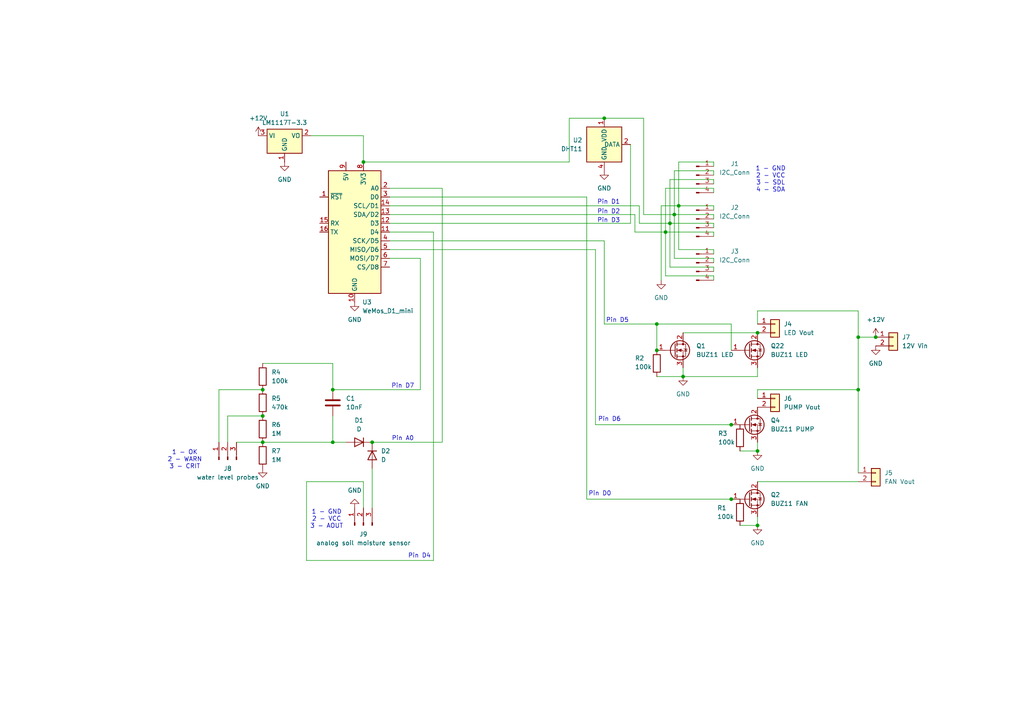
<source format=kicad_sch>
(kicad_sch (version 20231120) (generator "eeschema") (generator_version "8.0")
  (paper "A4")
  (lib_symbols
    (symbol "Connector:Conn_01x03_Pin" (pin_names (offset 1.016) hide)
      (property "Reference" "J" (at 0 5.08 0))
      (property "Value" "Conn_01x03_Pin" (at 0 -5.08 0))
      (symbol "Conn_01x03_Pin_1_1"
        (polyline (pts (xy 1.27 -2.54) (xy 0.8636 -2.54)) (stroke (width 0.1524)))
        (polyline (pts (xy 1.27 0) (xy 0.8636 0)) (stroke (width 0.1524)))
        (polyline (pts (xy 1.27 2.54) (xy 0.8636 2.54)) (stroke (width 0.1524)))
        (rectangle (start 0.8636 -2.413) (end 0 -2.667) (stroke (width 0.1524)) (fill (type outline)))
        (rectangle (start 0.8636 0.127) (end 0 -0.127) (stroke (width 0.1524)) (fill (type outline)))
        (rectangle (start 0.8636 2.667) (end 0 2.413) (stroke (width 0.1524)) (fill (type outline)))
        (pin passive line (at 5.08 2.54 180) (length 3.81) (name "Pin_1") (number "1"))
        (pin passive line (at 5.08 0 180) (length 3.81) (name "Pin_2") (number "2"))
        (pin passive line (at 5.08 -2.54 180) (length 3.81) (name "Pin_3") (number "3"))
      )
    )
    (symbol "Connector_Generic:Conn_01x02" (pin_names (offset 1.016) hide)
      (property "Reference" "J" (at 0 2.54 0))
      (property "Value" "Conn_01x02" (at 0 -5.08 0))
      (symbol "Conn_01x02_1_1"
        (rectangle (start -1.27 -2.413) (end 0 -2.667) (stroke (width 0.1524)))
        (rectangle (start -1.27 0.127) (end 0 -0.127) (stroke (width 0.1524)))
        (rectangle (start -1.27 1.27) (end 1.27 -3.81) (stroke (width 0.254)) (fill (type background)))
        (pin passive line (at -5.08 0 0) (length 3.81) (name "Pin_1") (number "1"))
        (pin passive line (at -5.08 -2.54 0) (length 3.81) (name "Pin_2") (number "2"))
      )
    )
    (symbol "Device:C" (pin_numbers hide) (pin_names (offset 0.254))
      (property "Reference" "C" (at 0.635 2.54 0))
      (property "Value" "C" (at 0.635 -2.54 0))
      (symbol "C_0_1"
        (polyline (pts (xy -2.032 -0.762) (xy 2.032 -0.762)) (stroke (width 0.508)))
        (polyline (pts (xy -2.032 0.762) (xy 2.032 0.762)) (stroke (width 0.508)))
      )
      (symbol "C_1_1"
        (pin passive line (at 0 3.81 270) (length 2.794) (name "~") (number "1"))
        (pin passive line (at 0 -3.81 90) (length 2.794) (name "~") (number "2"))
      )
    )
    (symbol "Device:D" (pin_numbers hide) (pin_names (offset 1.016) hide)
      (property "Reference" "D" (at 0 2.54 0))
      (property "Value" "D" (at 0 -2.54 0))
      (symbol "D_0_1"
        (polyline (pts (xy -1.27 1.27) (xy -1.27 -1.27)) (stroke (width 0.254)))
        (polyline (pts (xy 1.27 0) (xy -1.27 0)))
        (polyline (pts (xy 1.27 1.27) (xy 1.27 -1.27) (xy -1.27 0) (xy 1.27 1.27)) (stroke (width 0.254)))
      )
      (symbol "D_1_1"
        (pin passive line (at -3.81 0 0) (length 2.54) (name "K") (number "1"))
        (pin passive line (at 3.81 0 180) (length 2.54) (name "A") (number "2"))
      )
    )
    (symbol "Device:R" (pin_numbers hide) (pin_names (offset 0))
      (property "Reference" "R" (at 2.032 0 90))
      (property "Value" "R" (at 0 0 90))
      (symbol "R_0_1"
        (rectangle (start -1.016 -2.54) (end 1.016 2.54) (stroke (width 0.254)))
      )
      (symbol "R_1_1"
        (pin passive line (at 0 3.81 270) (length 1.27) (name "~") (number "1"))
        (pin passive line (at 0 -3.81 90) (length 1.27) (name "~") (number "2"))
      )
    )
    (symbol "I2C_Connector:I2C_Conn_01x04_Pin" (pin_names (offset 1.016) hide)
      (property "Reference" "J1" (at 11.176 3.302 0))
      (property "Value" "I2C_Conn" (at 11.176 0.762 0))
      (symbol "I2C_Conn_01x04_Pin_1_1"
        (polyline (pts (xy 1.27 -5.08) (xy 0.8636 -5.08)) (stroke (width 0.1524)))
        (polyline (pts (xy 1.27 -2.54) (xy 0.8636 -2.54)) (stroke (width 0.1524)))
        (polyline (pts (xy 1.27 0) (xy 0.8636 0)) (stroke (width 0.1524)))
        (polyline (pts (xy 1.27 2.54) (xy 0.8636 2.54)) (stroke (width 0.1524)))
        (rectangle (start 0.8636 -4.953) (end 0 -5.207) (stroke (width 0.1524)) (fill (type outline)))
        (rectangle (start 0.8636 -2.413) (end 0 -2.667) (stroke (width 0.1524)) (fill (type outline)))
        (rectangle (start 0.8636 0.127) (end 0 -0.127) (stroke (width 0.1524)) (fill (type outline)))
        (rectangle (start 0.8636 2.667) (end 0 2.413) (stroke (width 0.1524)) (fill (type outline)))
        (pin passive line (at 5.08 2.54 180) (length 3.81) (name "GND") (number "1"))
        (pin passive line (at 5.08 0 180) (length 3.81) (name "VCC") (number "2"))
        (pin passive line (at 5.08 -2.54 180) (length 3.81) (name "SDL") (number "3"))
        (pin passive line (at 5.08 -5.08 180) (length 3.81) (name "SDA") (number "4"))
      )
    )
    (symbol "MCU_Module:WeMos_D1_mini"
      (property "Reference" "U" (at 3.81 19.05 0))
      (property "Value" "WeMos_D1_mini" (at 1.27 -19.05 0))
      (symbol "WeMos_D1_mini_1_1"
        (rectangle (start -7.62 17.78) (end 7.62 -17.78) (stroke (width 0.254)) (fill (type background)))
        (pin input line (at -10.16 10.16 0) (length 2.54) (name "~{RST}") (number "1"))
        (pin power_in line (at 0 -20.32 90) (length 2.54) (name "GND") (number "10"))
        (pin bidirectional line (at 10.16 0 180) (length 2.54) (name "D4") (number "11"))
        (pin bidirectional line (at 10.16 2.54 180) (length 2.54) (name "D3") (number "12"))
        (pin bidirectional line (at 10.16 5.08 180) (length 2.54) (name "SDA/D2") (number "13"))
        (pin bidirectional line (at 10.16 7.62 180) (length 2.54) (name "SCL/D1") (number "14"))
        (pin input line (at -10.16 2.54 0) (length 2.54) (name "RX") (number "15"))
        (pin output line (at -10.16 0 0) (length 2.54) (name "TX") (number "16"))
        (pin input line (at 10.16 12.7 180) (length 2.54) (name "A0") (number "2"))
        (pin bidirectional line (at 10.16 10.16 180) (length 2.54) (name "D0") (number "3"))
        (pin bidirectional line (at 10.16 -2.54 180) (length 2.54) (name "SCK/D5") (number "4"))
        (pin bidirectional line (at 10.16 -5.08 180) (length 2.54) (name "MISO/D6") (number "5"))
        (pin bidirectional line (at 10.16 -7.62 180) (length 2.54) (name "MOSI/D7") (number "6"))
        (pin bidirectional line (at 10.16 -10.16 180) (length 2.54) (name "CS/D8") (number "7"))
        (pin power_out line (at 2.54 20.32 270) (length 2.54) (name "3V3") (number "8"))
        (pin power_in line (at -2.54 20.32 270) (length 2.54) (name "5V") (number "9"))
      )
    )
    (symbol "Regulator_Linear:LM1117T-3.3"
      (property "Reference" "U" (at -3.81 3.175 0))
      (property "Value" "LM1117T-3.3" (at 0 3.175 0))
      (symbol "LM1117T-3.3_0_1"
        (rectangle (start -5.08 -5.08) (end 5.08 1.905) (stroke (width 0.254)) (fill (type background)))
      )
      (symbol "LM1117T-3.3_1_1"
        (pin power_in line (at 0 -7.62 90) (length 2.54) (name "GND") (number "1"))
        (pin power_out line (at 7.62 0 180) (length 2.54) (name "VO") (number "2"))
        (pin power_in line (at -7.62 0 0) (length 2.54) (name "VI") (number "3"))
      )
    )
    (symbol "Sensor:DHT11"
      (property "Reference" "U" (at -3.81 6.35 0))
      (property "Value" "DHT11" (at 3.81 6.35 0))
      (symbol "DHT11_0_1"
        (rectangle (start -5.08 5.08) (end 5.08 -5.08) (stroke (width 0.254)) (fill (type background)))
      )
      (symbol "DHT11_1_1"
        (pin power_in line (at 0 7.62 270) (length 2.54) (name "VDD") (number "1"))
        (pin bidirectional line (at 7.62 0 180) (length 2.54) (name "DATA") (number "2"))
        (pin no_connect line (at -5.08 0 0) (length 2.54) hide (name "NC") (number "3"))
        (pin power_in line (at 0 -7.62 90) (length 2.54) (name "GND") (number "4"))
      )
    )
    (symbol "Transistor_FET:BUZ11" (pin_names hide)
      (property "Reference" "Q" (at 6.35 1.905 0))
      (property "Value" "BUZ11" (at 6.35 0 0))
      (symbol "BUZ11_0_1"
        (polyline (pts (xy 0.254 0) (xy -2.54 0)))
        (polyline (pts (xy 0.254 1.905) (xy 0.254 -1.905)) (stroke (width 0.254)))
        (polyline (pts (xy 0.762 -1.27) (xy 0.762 -2.286)) (stroke (width 0.254)))
        (polyline (pts (xy 0.762 0.508) (xy 0.762 -0.508)) (stroke (width 0.254)))
        (polyline (pts (xy 0.762 2.286) (xy 0.762 1.27)) (stroke (width 0.254)))
        (polyline (pts (xy 2.54 2.54) (xy 2.54 1.778)))
        (polyline (pts (xy 2.54 -2.54) (xy 2.54 0) (xy 0.762 0)))
        (polyline (pts (xy 0.762 -1.778) (xy 3.302 -1.778) (xy 3.302 1.778) (xy 0.762 1.778)))
        (polyline (pts (xy 1.016 0) (xy 2.032 0.381) (xy 2.032 -0.381) (xy 1.016 0)) (fill (type outline)))
        (polyline (pts (xy 2.794 0.508) (xy 2.921 0.381) (xy 3.683 0.381) (xy 3.81 0.254)))
        (polyline (pts (xy 3.302 0.381) (xy 2.921 -0.254) (xy 3.683 -0.254) (xy 3.302 0.381)))
        (circle (center 1.651 0) (radius 2.794) (stroke (width 0.254)))
        (circle (center 2.54 -1.778) (radius 0.254) (fill (type outline)))
        (circle (center 2.54 1.778) (radius 0.254) (fill (type outline)))
      )
      (symbol "BUZ11_1_1"
        (pin input line (at -5.08 0 0) (length 2.54) (name "G") (number "1"))
        (pin passive line (at 2.54 5.08 270) (length 2.54) (name "D") (number "2"))
        (pin passive line (at 2.54 -5.08 90) (length 2.54) (name "S") (number "3"))
      )
    )
    (symbol "power:+12V" (power) (pin_numbers hide) (pin_names (offset 0) hide)
      (property "Value" "+12V" (at 0 3.556 0))
      (symbol "+12V_0_1"
        (polyline (pts (xy -0.762 1.27) (xy 0 2.54)))
        (polyline (pts (xy 0 0) (xy 0 2.54)))
        (polyline (pts (xy 0 2.54) (xy 0.762 1.27)))
      )
      (symbol "+12V_1_1"
        (pin power_in line (at 0 0 90) (length 0) (name "~") (number "1"))
      )
    )
    (symbol "power:GND" (power) (pin_numbers hide) (pin_names (offset 0) hide)
      (property "Value" "GND" (at 0 -3.81 0))
      (symbol "GND_0_1"
        (polyline (pts (xy 0 0) (xy 0 -1.27) (xy 1.27 -1.27) (xy 0 -2.54) (xy -1.27 -1.27) (xy 0 -1.27)))
      )
      (symbol "GND_1_1"
        (pin power_in line (at 0 0 270) (length 0) (name "~") (number "1"))
      )
    )
  )
  (junction (at 212.09 123.19))
  (junction (at 193.04 67.31))
  (junction (at 76.2 113.03))
  (junction (at 198.12 109.22))
  (junction (at 195.58 62.23))
  (junction (at 248.92 97.79))
  (junction (at 190.5 101.6))
  (junction (at 219.71 152.4))
  (junction (at 175.26 34.29))
  (junction (at 107.95 128.27))
  (junction (at 76.2 120.65))
  (junction (at 190.5 93.98))
  (junction (at 219.71 130.81))
  (junction (at 194.31 64.77))
  (junction (at 105.41 46.99))
  (junction (at 96.52 113.03))
  (junction (at 96.52 128.27))
  (junction (at 219.71 96.52))
  (junction (at 212.09 144.78))
  (junction (at 76.2 128.27))
  (junction (at 248.92 113.03))
  (junction (at 254 97.79))
  (junction (at 196.85 59.69))
  (wire (pts (xy 105.41 39.37) (xy 105.41 46.99)))
  (wire (pts (xy 193.04 54.61) (xy 207.01 54.61)))
  (wire (pts (xy 219.71 113.03) (xy 219.71 115.57)))
  (wire (pts (xy 96.52 128.27) (xy 76.2 128.27)))
  (wire (pts (xy 90.17 39.37) (xy 105.41 39.37)))
  (wire (pts (xy 219.71 139.7) (xy 248.92 139.7)))
  (wire (pts (xy 175.26 93.98) (xy 190.5 93.98)))
  (wire (pts (xy 219.71 90.17) (xy 219.71 93.98)))
  (wire (pts (xy 105.41 46.99) (xy 165.1 46.99)))
  (wire (pts (xy 172.72 72.39) (xy 172.72 123.19)))
  (wire (pts (xy 219.71 152.4) (xy 219.71 149.86)))
  (wire (pts (xy 193.04 67.31) (xy 207.01 67.31)))
  (wire (pts (xy 207.01 77.47) (xy 207.01 78.74)))
  (wire (pts (xy 128.27 54.61) (xy 113.03 54.61)))
  (wire (pts (xy 196.85 59.69) (xy 207.01 59.69)))
  (wire (pts (xy 212.09 101.6) (xy 212.09 93.98)))
  (wire (pts (xy 193.04 80.01) (xy 207.01 80.01)))
  (wire (pts (xy 96.52 120.65) (xy 96.52 128.27)))
  (wire (pts (xy 165.1 46.99) (xy 165.1 34.29)))
  (wire (pts (xy 194.31 52.07) (xy 194.31 64.77)))
  (wire (pts (xy 196.85 59.69) (xy 196.85 72.39)))
  (wire (pts (xy 195.58 62.23) (xy 195.58 74.93)))
  (wire (pts (xy 186.69 34.29) (xy 175.26 34.29)))
  (wire (pts (xy 219.71 90.17) (xy 248.92 90.17)))
  (wire (pts (xy 248.92 90.17) (xy 248.92 97.79)))
  (wire (pts (xy 66.04 120.65) (xy 76.2 120.65)))
  (wire (pts (xy 88.9 162.56) (xy 88.9 139.7)))
  (wire (pts (xy 194.31 64.77) (xy 207.01 64.77)))
  (wire (pts (xy 96.52 113.03) (xy 96.52 105.41)))
  (wire (pts (xy 198.12 96.52) (xy 219.71 96.52)))
  (wire (pts (xy 207.01 72.39) (xy 207.01 73.66)))
  (wire (pts (xy 207.01 52.07) (xy 207.01 53.34)))
  (wire (pts (xy 96.52 105.41) (xy 76.2 105.41)))
  (wire (pts (xy 190.5 109.22) (xy 198.12 109.22)))
  (wire (pts (xy 172.72 123.19) (xy 212.09 123.19)))
  (wire (pts (xy 63.5 128.27) (xy 63.5 113.03)))
  (wire (pts (xy 113.03 57.15) (xy 170.18 57.15)))
  (wire (pts (xy 214.63 152.4) (xy 219.71 152.4)))
  (wire (pts (xy 170.18 57.15) (xy 170.18 144.78)))
  (wire (pts (xy 113.03 74.93) (xy 121.92 74.93)))
  (wire (pts (xy 248.92 97.79) (xy 248.92 113.03)))
  (wire (pts (xy 184.15 62.23) (xy 184.15 67.31)))
  (wire (pts (xy 68.58 128.27) (xy 76.2 128.27)))
  (wire (pts (xy 175.26 93.98) (xy 175.26 69.85)))
  (wire (pts (xy 96.52 113.03) (xy 121.92 113.03)))
  (wire (pts (xy 63.5 113.03) (xy 76.2 113.03)))
  (wire (pts (xy 170.18 144.78) (xy 212.09 144.78)))
  (wire (pts (xy 207.01 74.93) (xy 207.01 76.2)))
  (wire (pts (xy 100.33 128.27) (xy 96.52 128.27)))
  (wire (pts (xy 195.58 62.23) (xy 186.69 62.23)))
  (wire (pts (xy 195.58 49.53) (xy 207.01 49.53)))
  (wire (pts (xy 190.5 93.98) (xy 212.09 93.98)))
  (wire (pts (xy 125.73 67.31) (xy 125.73 162.56)))
  (wire (pts (xy 196.85 59.69) (xy 191.77 59.69)))
  (wire (pts (xy 107.95 128.27) (xy 128.27 128.27)))
  (wire (pts (xy 66.04 120.65) (xy 66.04 128.27)))
  (wire (pts (xy 248.92 113.03) (xy 248.92 137.16)))
  (wire (pts (xy 214.63 130.81) (xy 219.71 130.81)))
  (wire (pts (xy 193.04 54.61) (xy 193.04 67.31)))
  (wire (pts (xy 194.31 64.77) (xy 194.31 77.47)))
  (wire (pts (xy 219.71 113.03) (xy 248.92 113.03)))
  (wire (pts (xy 207.01 67.31) (xy 207.01 68.58)))
  (wire (pts (xy 191.77 59.69) (xy 191.77 81.28)))
  (wire (pts (xy 207.01 49.53) (xy 207.01 50.8)))
  (wire (pts (xy 219.71 109.22) (xy 219.71 106.68)))
  (wire (pts (xy 207.01 46.99) (xy 207.01 48.26)))
  (wire (pts (xy 121.92 113.03) (xy 121.92 74.93)))
  (wire (pts (xy 194.31 52.07) (xy 207.01 52.07)))
  (wire (pts (xy 107.95 135.89) (xy 107.95 147.32)))
  (wire (pts (xy 88.9 139.7) (xy 105.41 139.7)))
  (wire (pts (xy 214.63 144.78) (xy 212.09 144.78)))
  (wire (pts (xy 195.58 49.53) (xy 195.58 62.23)))
  (wire (pts (xy 196.85 46.99) (xy 207.01 46.99)))
  (wire (pts (xy 113.03 64.77) (xy 182.88 64.77)))
  (wire (pts (xy 196.85 72.39) (xy 207.01 72.39)))
  (wire (pts (xy 186.69 34.29) (xy 186.69 62.23)))
  (wire (pts (xy 198.12 109.22) (xy 219.71 109.22)))
  (wire (pts (xy 105.41 139.7) (xy 105.41 147.32)))
  (wire (pts (xy 128.27 128.27) (xy 128.27 54.61)))
  (wire (pts (xy 207.01 59.69) (xy 207.01 60.96)))
  (wire (pts (xy 196.85 46.99) (xy 196.85 59.69)))
  (wire (pts (xy 113.03 72.39) (xy 172.72 72.39)))
  (wire (pts (xy 194.31 64.77) (xy 185.42 64.77)))
  (wire (pts (xy 195.58 74.93) (xy 207.01 74.93)))
  (wire (pts (xy 219.71 130.81) (xy 219.71 128.27)))
  (wire (pts (xy 190.5 93.98) (xy 190.5 101.6)))
  (wire (pts (xy 207.01 62.23) (xy 207.01 63.5)))
  (wire (pts (xy 195.58 62.23) (xy 207.01 62.23)))
  (wire (pts (xy 214.63 123.19) (xy 212.09 123.19)))
  (wire (pts (xy 207.01 54.61) (xy 207.01 55.88)))
  (wire (pts (xy 175.26 69.85) (xy 113.03 69.85)))
  (wire (pts (xy 198.12 106.68) (xy 198.12 109.22)))
  (wire (pts (xy 193.04 67.31) (xy 193.04 80.01)))
  (wire (pts (xy 125.73 162.56) (xy 88.9 162.56)))
  (wire (pts (xy 182.88 64.77) (xy 182.88 41.91)))
  (wire (pts (xy 185.42 64.77) (xy 185.42 59.69)))
  (wire (pts (xy 207.01 80.01) (xy 207.01 81.28)))
  (wire (pts (xy 194.31 77.47) (xy 207.01 77.47)))
  (wire (pts (xy 165.1 34.29) (xy 175.26 34.29)))
  (wire (pts (xy 113.03 59.69) (xy 185.42 59.69)))
  (wire (pts (xy 248.92 97.79) (xy 254 97.79)))
  (wire (pts (xy 184.15 67.31) (xy 193.04 67.31)))
  (wire (pts (xy 207.01 64.77) (xy 207.01 66.04)))
  (wire (pts (xy 125.73 67.31) (xy 113.03 67.31)))
  (wire (pts (xy 113.03 62.23) (xy 184.15 62.23)))
  (text "Pin D1" (at 176.53 58.674 0) (effects (font (size 1.27 1.27))))
  (text "Pin A0" (at 116.84 127.254 0) (effects (font (size 1.27 1.27))))
  (text "Pin D3" (at 176.53 64.008 0) (effects (font (size 1.27 1.27))))
  (text "1 - GND\n2 - VCC\n3 - SDL\n4 - SDA" (at 223.52 52.07 0) (effects (font (size 1.27 1.27))))
  (text "Pin D7" (at 116.84 112.014 0) (effects (font (size 1.27 1.27))))
  (text "Pin D5" (at 179.07 92.964 0) (effects (font (size 1.27 1.27))))
  (text "1 - GND\n2 - VCC\n3 - AOUT" (at 94.742 150.622 0) (effects (font (size 1.27 1.27))))
  (text "Pin D4" (at 121.666 161.29 0) (effects (font (size 1.27 1.27))))
  (text "1 - OK\n2 - WARN\n3 - CRIT" (at 53.594 133.35 0) (effects (font (size 1.27 1.27))))
  (text "Pin D0" (at 173.99 143.256 0) (effects (font (size 1.27 1.27))))
  (text "Pin D2" (at 176.53 61.468 0) (effects (font (size 1.27 1.27))))
  (text "Pin D6" (at 176.784 121.666 0) (effects (font (size 1.27 1.27))))
  (symbol (lib_id "power:+12V") (at 74.93 39.37 0) (unit 1)
    (property "Reference" "#PWR08" (effects (hide yes)))
    (property "Value" "+12V" (at 74.93 34.29 0))
    (property "Description" "Power symbol creates a global label with name \"+12V\"" (effects (hide yes)))
  )
  (symbol (lib_id "power:+12V") (at 254 97.79 0) (unit 1)
    (property "Reference" "#PWR02" (effects (hide yes)))
    (property "Value" "+12V" (at 254 92.71 0))
    (property "Description" "Power symbol creates a global label with name \"+12V\"" (effects (hide yes)))
  )
  (symbol (lib_id "Device:R") (at 76.2 132.08 180) (unit 1)
    (property "Reference" "R7" (at 78.74 130.8099 0) (effects (justify right)))
    (property "Value" "1M" (at 78.74 133.3499 0) (effects (justify right)))
    (property "Footprint" "Resistor_THT:R_Axial_DIN0207_L6.3mm_D2.5mm_P10.16mm_Horizontal" (effects (hide yes)))
    (property "Description" "Resistor" (effects (hide yes)))
  )
  (symbol (lib_id "power:GND") (at 102.87 147.32 180) (unit 1)
    (property "Reference" "#PWR012" (effects (hide yes)))
    (property "Value" "GND" (at 102.87 142.24 0))
    (property "Description" "Power symbol creates a global label with name \"GND\" , ground" (effects (hide yes)))
  )
  (symbol (lib_id "power:GND") (at 219.71 130.81 0) (unit 1)
    (property "Reference" "#PWR03" (effects (hide yes)))
    (property "Value" "GND" (at 219.71 135.89 0))
    (property "Description" "Power symbol creates a global label with name \"GND\" , ground" (effects (hide yes)))
  )
  (symbol (lib_id "I2C_Connector:I2C_Conn_01x04_Pin") (at 201.93 76.2 0) (unit 1)
    (property "Reference" "J3" (at 213.106 72.898 0))
    (property "Value" "I2C_Conn" (at 213.106 75.438 0))
    (property "Footprint" "Connector_PinHeader_2.54mm:PinHeader_1x04_P2.54mm_Vertical" (effects (hide yes)))
    (property "Description" "Generic connector, single row, 01x04, script generated" (effects (hide yes)))
  )
  (symbol (lib_id "power:GND") (at 191.77 81.28 0) (unit 1)
    (property "Reference" "#PWR010" (effects (hide yes)))
    (property "Value" "GND" (at 191.77 86.36 0))
    (property "Description" "Power symbol creates a global label with name \"GND\" , ground" (effects (hide yes)))
  )
  (symbol (lib_id "Device:R") (at 214.63 148.59 180) (unit 1)
    (property "Reference" "R1" (at 208.026 147.32 0) (effects (justify right)))
    (property "Value" "100k" (at 208.026 149.86 0) (effects (justify right)))
    (property "Footprint" "Resistor_THT:R_Axial_DIN0207_L6.3mm_D2.5mm_P10.16mm_Horizontal" (effects (hide yes)))
  )
  (symbol (lib_id "power:GND") (at 254 100.33 0) (unit 1)
    (property "Reference" "#PWR04" (effects (hide yes)))
    (property "Value" "GND" (at 254 105.41 0))
    (property "Description" "Power symbol creates a global label with name \"GND\" , ground" (effects (hide yes)))
  )
  (symbol (lib_id "Connector_Generic:Conn_01x02") (at 224.79 93.98 0) (unit 1)
    (property "Reference" "J4" (at 227.33 93.9799 0) (effects (justify left)))
    (property "Value" "LED Vout" (at 227.33 96.5199 0) (effects (justify left)))
    (property "Footprint" "Connector_AMASS:AMASS_XT60-F_1x02_P7.20mm_Vertical" (effects (hide yes)))
  )
  (symbol (lib_id "power:GND") (at 198.12 109.22 0) (unit 1)
    (property "Reference" "#PWR07" (effects (hide yes)))
    (property "Value" "GND" (at 198.12 114.3 0))
    (property "Description" "Power symbol creates a global label with name \"GND\" , ground" (effects (hide yes)))
  )
  (symbol (lib_id "Connector_Generic:Conn_01x02") (at 259.08 97.79 0) (unit 1)
    (property "Reference" "J7" (at 261.62 97.7899 0) (effects (justify left)))
    (property "Value" "12V Vin" (at 261.62 100.3299 0) (effects (justify left)))
    (property "Footprint" "Connector_AMASS:AMASS_XT60-F_1x02_P7.20mm_Vertical" (effects (hide yes)))
  )
  (symbol (lib_id "power:GND") (at 82.55 46.99 0) (unit 1)
    (property "Reference" "#PWR05" (effects (hide yes)))
    (property "Value" "GND" (at 82.55 52.07 0))
    (property "Description" "Power symbol creates a global label with name \"GND\" , ground" (effects (hide yes)))
  )
  (symbol (lib_id "Regulator_Linear:LM1117T-3.3") (at 82.55 39.37 0) (unit 1)
    (property "Reference" "U1" (at 82.55 33.02 0))
    (property "Value" "LM1117T-3.3" (at 82.55 35.56 0))
    (property "Footprint" "Package_TO_SOT_THT:TO-220-3_Horizontal_TabDown" (effects (hide yes)))
    (property "Datasheet" "http://www.ti.com/lit/ds/symlink/lm1117.pdf" (effects (hide yes)))
    (property "Description" "800mA Low-Dropout Linear Regulator, 3.3V fixed output, TO-220" (effects (hide yes)))
  )
  (symbol (lib_id "Device:R") (at 76.2 124.46 180) (unit 1)
    (property "Reference" "R6" (at 78.74 123.1899 0) (effects (justify right)))
    (property "Value" "1M" (at 78.74 125.7299 0) (effects (justify right)))
    (property "Footprint" "Resistor_THT:R_Axial_DIN0207_L6.3mm_D2.5mm_P10.16mm_Horizontal" (effects (hide yes)))
    (property "Description" "Resistor" (effects (hide yes)))
  )
  (symbol (lib_id "Transistor_FET:BUZ11") (at 217.17 144.78 0) (unit 1)
    (property "Reference" "Q2" (at 223.52 143.5099 0) (effects (justify left)))
    (property "Value" "BUZ11 FAN" (at 223.52 146.0499 0) (effects (justify left)))
    (property "Footprint" "Package_TO_SOT_THT:TO-220-3_Vertical" (effects (hide yes)))
    (property "Datasheet" "https://media.digikey.com/pdf/Data%20Sheets/Fairchild%20PDFs/BUZ11.pdf" (effects (hide yes)))
  )
  (symbol (lib_id "Device:R") (at 214.63 127 180) (unit 1)
    (property "Reference" "R3" (at 208.28 125.73 0) (effects (justify right)))
    (property "Value" "100k" (at 208.28 128.27 0) (effects (justify right)))
    (property "Footprint" "Resistor_THT:R_Axial_DIN0207_L6.3mm_D2.5mm_P10.16mm_Horizontal" (effects (hide yes)))
  )
  (symbol (lib_id "Device:R") (at 76.2 116.84 180) (unit 1)
    (property "Reference" "R5" (at 78.74 115.5699 0) (effects (justify right)))
    (property "Value" "470k" (at 78.74 118.1099 0) (effects (justify right)))
    (property "Footprint" "Resistor_THT:R_Axial_DIN0207_L6.3mm_D2.5mm_P10.16mm_Horizontal" (effects (hide yes)))
    (property "Description" "Resistor" (effects (hide yes)))
  )
  (symbol (lib_id "Connector:Conn_01x03_Pin") (at 105.41 152.4 90) (unit 1)
    (property "Reference" "J9" (at 105.41 154.94 90))
    (property "Value" "analog soil moisture sensor" (at 105.41 157.48 90))
    (property "Footprint" "Connector_PinHeader_2.54mm:PinHeader_1x03_P2.54mm_Vertical" (effects (hide yes)))
    (property "Description" "Generic connector, single row, 01x03, script generated" (effects (hide yes)))
  )
  (symbol (lib_id "Transistor_FET:BUZ11") (at 217.17 123.19 0) (unit 1)
    (property "Reference" "Q4" (at 223.52 121.9199 0) (effects (justify left)))
    (property "Value" "BUZ11 PUMP" (at 223.52 124.4599 0) (effects (justify left)))
    (property "Footprint" "Package_TO_SOT_THT:TO-220-3_Vertical" (effects (hide yes)))
    (property "Datasheet" "https://media.digikey.com/pdf/Data%20Sheets/Fairchild%20PDFs/BUZ11.pdf" (effects (hide yes)))
  )
  (symbol (lib_id "Device:R") (at 190.5 105.41 180) (unit 1)
    (property "Reference" "R2" (at 184.15 103.886 0) (effects (justify right)))
    (property "Value" "100k" (at 184.15 106.426 0) (effects (justify right)))
    (property "Footprint" "Resistor_THT:R_Axial_DIN0207_L6.3mm_D2.5mm_P10.16mm_Horizontal" (effects (hide yes)))
  )
  (symbol (lib_id "power:GND") (at 102.87 87.63 0) (unit 1)
    (property "Reference" "#PWR011" (effects (hide yes)))
    (property "Value" "GND" (at 102.87 92.71 0))
    (property "Description" "Power symbol creates a global label with name \"GND\" , ground" (effects (hide yes)))
  )
  (symbol (lib_id "Connector_Generic:Conn_01x02") (at 224.79 115.57 0) (unit 1)
    (property "Reference" "J6" (at 227.33 115.5699 0) (effects (justify left)))
    (property "Value" "PUMP Vout" (at 227.33 118.1099 0) (effects (justify left)))
    (property "Footprint" "Connector_AMASS:AMASS_XT60-F_1x02_P7.20mm_Vertical" (effects (hide yes)))
  )
  (symbol (lib_id "Device:D") (at 104.14 128.27 180) (unit 1)
    (property "Reference" "D1" (at 104.14 121.92 0))
    (property "Value" "D" (at 104.14 124.46 0))
    (property "Footprint" "Diode_THT:D_DO-15_P12.70mm_Horizontal" (effects (hide yes)))
    (property "Description" "Diode" (effects (hide yes)))
    (property "Sim.Device" "D" (effects (hide yes)))
    (property "Sim.Pins" "1=K 2=A" (effects (hide yes)))
  )
  (symbol (lib_id "I2C_Connector:I2C_Conn_01x04_Pin") (at 201.93 63.5 0) (unit 1)
    (property "Reference" "J2" (at 213.106 60.198 0))
    (property "Value" "I2C_Conn" (at 213.106 62.738 0))
    (property "Footprint" "Connector_PinHeader_2.54mm:PinHeader_1x04_P2.54mm_Vertical" (effects (hide yes)))
    (property "Description" "Generic connector, single row, 01x04, script generated" (effects (hide yes)))
  )
  (symbol (lib_id "power:GND") (at 219.71 152.4 0) (unit 1)
    (property "Reference" "#PWR06" (effects (hide yes)))
    (property "Value" "GND" (at 219.71 157.48 0))
    (property "Description" "Power symbol creates a global label with name \"GND\" , ground" (effects (hide yes)))
  )
  (symbol (lib_id "power:GND") (at 175.26 49.53 0) (unit 1)
    (property "Reference" "#PWR01" (effects (hide yes)))
    (property "Value" "GND" (at 175.26 54.61 0))
    (property "Description" "Power symbol creates a global label with name \"GND\" , ground" (effects (hide yes)))
  )
  (symbol (lib_id "Device:R") (at 76.2 109.22 180) (unit 1)
    (property "Reference" "R4" (at 78.74 107.9499 0) (effects (justify right)))
    (property "Value" "100k" (at 78.74 110.4899 0) (effects (justify right)))
    (property "Footprint" "Resistor_THT:R_Axial_DIN0207_L6.3mm_D2.5mm_P10.16mm_Horizontal" (effects (hide yes)))
    (property "Description" "Resistor" (effects (hide yes)))
  )
  (symbol (lib_id "Transistor_FET:BUZ11") (at 195.58 101.6 0) (unit 1)
    (property "Reference" "Q1" (at 201.93 100.3299 0) (effects (justify left)))
    (property "Value" "BUZ11 LED" (at 201.93 102.8699 0) (effects (justify left)))
    (property "Footprint" "Package_TO_SOT_THT:TO-220-3_Vertical" (effects (hide yes)))
    (property "Datasheet" "https://media.digikey.com/pdf/Data%20Sheets/Fairchild%20PDFs/BUZ11.pdf" (effects (hide yes)))
  )
  (symbol (lib_id "power:GND") (at 76.2 135.89 0) (unit 1)
    (property "Reference" "#PWR09" (effects (hide yes)))
    (property "Value" "GND" (at 76.2 140.97 0))
    (property "Description" "Power symbol creates a global label with name \"GND\" , ground" (effects (hide yes)))
  )
  (symbol (lib_id "Device:D") (at 107.95 132.08 270) (unit 1)
    (property "Reference" "D2" (at 110.49 130.8099 90) (effects (justify left)))
    (property "Value" "D" (at 110.49 133.3499 90) (effects (justify left)))
    (property "Footprint" "Diode_THT:D_DO-15_P12.70mm_Horizontal" (effects (hide yes)))
    (property "Description" "Diode" (effects (hide yes)))
    (property "Sim.Device" "D" (effects (hide yes)))
    (property "Sim.Pins" "1=K 2=A" (effects (hide yes)))
  )
  (symbol (lib_id "I2C_Connector:I2C_Conn_01x04_Pin") (at 201.93 50.8 0) (unit 1)
    (property "Reference" "J1" (at 213.106 47.498 0))
    (property "Value" "I2C_Conn" (at 213.106 50.038 0))
    (property "Footprint" "Connector_PinHeader_2.54mm:PinHeader_1x04_P2.54mm_Vertical" (effects (hide yes)))
    (property "Description" "Generic connector, single row, 01x04, script generated" (effects (hide yes)))
  )
  (symbol (lib_id "Device:C") (at 96.52 116.84 0) (unit 1)
    (property "Reference" "C1" (at 100.33 115.5699 0) (effects (justify left)))
    (property "Value" "10nF" (at 100.33 118.1099 0) (effects (justify left)))
    (property "Footprint" "Capacitor_THT:C_Disc_D3.0mm_W1.6mm_P2.50mm" (effects (hide yes)))
    (property "Description" "Unpolarized capacitor" (effects (hide yes)))
  )
  (symbol (lib_id "MCU_Module:WeMos_D1_mini") (at 102.87 67.31 0) (unit 1)
    (property "Reference" "U3" (at 105.0641 87.63 0) (effects (justify left)))
    (property "Value" "WeMos_D1_mini" (at 105.0641 90.17 0) (effects (justify left)))
    (property "Footprint" "Module:WEMOS_D1_mini_light" (effects (hide yes)))
    (property "Datasheet" "https://wiki.wemos.cc/products:d1:d1_mini#documentation" (effects (hide yes)))
    (property "Description" "32-bit microcontroller module with WiFi" (effects (hide yes)))
  )
  (symbol (lib_id "Transistor_FET:BUZ11") (at 217.17 101.6 0) (unit 1)
    (property "Reference" "Q22" (at 223.52 100.3299 0) (effects (justify left)))
    (property "Value" "BUZ11 LED" (at 223.52 102.8699 0) (effects (justify left)))
    (property "Footprint" "Package_TO_SOT_THT:TO-220-3_Vertical" (effects (hide yes)))
    (property "Datasheet" "https://media.digikey.com/pdf/Data%20Sheets/Fairchild%20PDFs/BUZ11.pdf" (effects (hide yes)))
  )
  (symbol (lib_id "Sensor:DHT11") (at 175.26 41.91 0) (unit 1)
    (property "Reference" "U2" (at 168.91 40.6399 0) (effects (justify right)))
    (property "Value" "DHT11" (at 168.91 43.1799 0) (effects (justify right)))
    (property "Footprint" "Sensor:Aosong_DHT11_5.5x12.0_P2.54mm" (effects (hide yes)))
    (property "Datasheet" "http://akizukidenshi.com/download/ds/aosong/DHT11.pdf" (effects (hide yes)))
    (property "Description" "3.3V to 5.5V, temperature and humidity module, DHT11" (effects (hide yes)))
  )
  (symbol (lib_id "Connector:Conn_01x03_Pin") (at 66.04 133.35 90) (unit 1)
    (property "Reference" "J8" (at 66.04 135.89 90))
    (property "Value" "water level probes" (at 66.04 138.43 90))
    (property "Footprint" "Connector_PinHeader_2.54mm:PinHeader_1x03_P2.54mm_Vertical" (effects (hide yes)))
    (property "Description" "Generic connector, single row, 01x03, script generated" (effects (hide yes)))
  )
  (symbol (lib_id "Connector_Generic:Conn_01x02") (at 254 137.16 0) (unit 1)
    (property "Reference" "J5" (at 256.54 137.1599 0) (effects (justify left)))
    (property "Value" "FAN Vout" (at 256.54 139.6999 0) (effects (justify left)))
    (property "Footprint" "Connector_AMASS:AMASS_XT60-F_1x02_P7.20mm_Vertical" (effects (hide yes)))
  )
)
</source>
